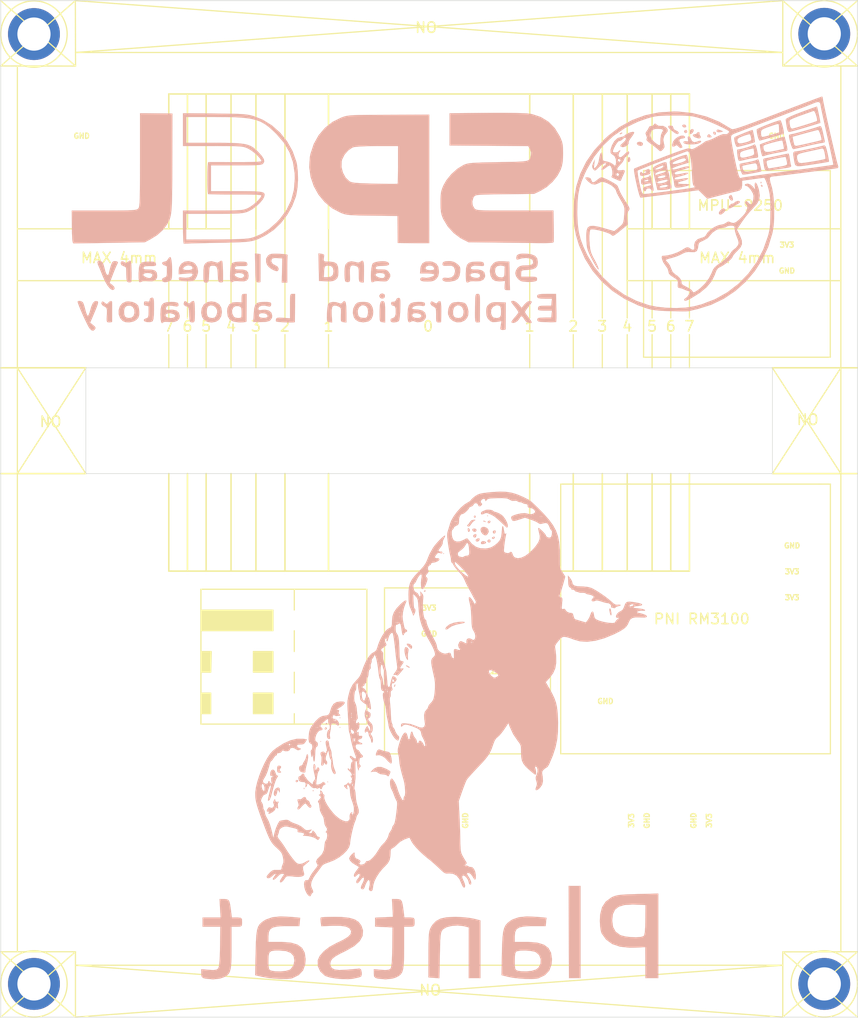
<source format=kicad_pcb>
(kicad_pcb (version 20171130) (host pcbnew "(5.1.2)-2")
  (layers (0 F.Cu signal) (31 B.Cu signal) (34 B.Paste user) (35 F.Paste user) (36 B.SilkS user) (37 F.SilkS user) (38 B.Mask user) (39 F.Mask user) (44 Edge.Cuts user))
  (net 0 "")
  (net 1 GND)
  (module L86:plantsat2 (layer B.Cu) (at 77 123 180)
    (fp_text reference G*** hide)
    (fp_text value LOGO hide)
  )
  (module L86:extremofilo_mod (layer B.Cu) (at 77 99 180)
    (fp_text reference G*** hide)
    (fp_text value LOGO hide)
  )
  (module L86:SPEL_logo (layer B.Cu) (at 79.5 53.5 180)
    (fp_text reference G*** hide)
    (fp_text value LOGO hide)
  )
  (module Connectors:1pin (layer F.Cu) (at 38.9 36.175)
    (fp_text reference REF** hide)
    (fp_text value 1pin)
    (pad 1 thru_hole circle (at 0 0) (size 5 5) (drill 3.2) (layers *.Cu *.Mask))
  )
  (module Connectors:1pin (layer F.Cu) (at 115.1 127.75)
    (fp_text reference REF** hide)
    (fp_text value 1pin)
    (pad 1 thru_hole circle (at 0 0) (size 5 5) (drill 3.2) (layers *.Cu *.Mask))
  )
  (module Connectors:1pin (layer F.Cu) (at 115.1 36.15)
    (fp_text reference REF** hide)
    (fp_text value 1pin)
    (pad 1 thru_hole circle (at 0 0) (size 5 5) (drill 3.2) (layers *.Cu *.Mask))
  )
  (module Connectors:1pin (layer F.Cu) (at 38.9 127.75)
    (fp_text reference REF** hide)
    (fp_text value 1pin)
    (pad 1 thru_hole circle (at 0 0) (size 5 5) (drill 3.2) (layers *.Cu *.Mask))
  )
  (gr_text "5V\n" (at 79.5 112 90) (layer F.SilkS) (effects (font (size 0.5 0.5) (thickness 0.125))))
  (gr_text 3V3 (at 111.5 56.5) (layer F.SilkS) (effects (font (size 0.5 0.5) (thickness 0.125))))
  (gr_text 3V3 (at 77 91.5) (layer F.SilkS) (effects (font (size 0.5 0.5) (thickness 0.125))))
  (gr_text 3V3 (at 112 90.5) (layer F.SilkS) (effects (font (size 0.5 0.5) (thickness 0.125))))
  (gr_text 3V3 (at 112 88) (layer F.SilkS) (effects (font (size 0.5 0.5) (thickness 0.125))))
  (gr_text 3V3 (at 104 112 90) (layer F.SilkS) (effects (font (size 0.5 0.5) (thickness 0.125))))
  (gr_text 3V3 (at 96.5 112 90) (layer F.SilkS) (effects (font (size 0.5 0.5) (thickness 0.125))))
  (gr_text GND (at 80.5 112 90) (layer F.SilkS) (effects (font (size 0.5 0.5) (thickness 0.125))))
  (gr_text GND (at 98 112 90) (layer F.SilkS) (effects (font (size 0.5 0.5) (thickness 0.125))))
  (gr_text GND (at 102.5 112 90) (layer F.SilkS) (effects (font (size 0.5 0.5) (thickness 0.125))))
  (gr_text GND (at 94 100.5) (layer F.SilkS) (effects (font (size 0.5 0.5) (thickness 0.125))))
  (gr_text GND (at 112 85.5) (layer F.SilkS) (effects (font (size 0.5 0.5) (thickness 0.125))))
  (gr_text GND (at 77 94) (layer F.SilkS) (effects (font (size 0.5 0.5) (thickness 0.125))))
  (gr_text GND (at 43.5 46) (layer F.SilkS) (effects (font (size 0.5 0.5) (thickness 0.125))))
  (gr_text GND (at 110.5 46) (layer F.SilkS) (effects (font (size 0.5 0.5) (thickness 0.125))))
  (gr_text GND (at 111.5 59) (layer F.SilkS) (effects (font (size 0.5 0.5) (thickness 0.125))))
  (gr_poly (pts (xy 61.95 93.7) (xy 55 93.7) (xy 55 91.7) (xy 61.95 91.7)) (layer F.SilkS) (width 0.1))
  (gr_poly (pts (xy 55.95 99.7) (xy 55 99.7) (xy 55 101.7) (xy 55.95 101.7)) (layer F.SilkS) (width 0.1))
  (gr_poly (pts (xy 56 95.7) (xy 55.95 95.7) (xy 55 95.7) (xy 55 97.7) (xy 55.95 97.7)) (layer F.SilkS) (width 0.1))
  (gr_poly (pts (xy 60.05 97.7) (xy 61.95 97.7) (xy 61.95 95.7) (xy 60.05 95.7)) (layer F.SilkS) (width 0.1))
  (gr_poly (pts (xy 60.05 101.7) (xy 61.95 101.7) (xy 61.95 99.7) (xy 60.05 99.7)) (layer F.SilkS) (width 0.1))
  (gr_line (start 55 102.7) (end 64 102.7) (layer F.SilkS) (width 0.12))
  (gr_line (start 55 89.7) (end 55 102.7) (layer F.SilkS) (width 0.12))
  (gr_line (start 64 89.7) (end 55 89.7) (layer F.SilkS) (width 0.12))
  (gr_line (start 64 91.7) (end 64 89.7) (layer F.SilkS) (width 0.12))
  (gr_line (start 64 99.7) (end 64 97.7) (layer F.SilkS) (width 0.12))
  (gr_line (start 64 95.7) (end 64 93.7) (layer F.SilkS) (width 0.12))
  (gr_line (start 64 102.7) (end 64 101.7) (layer F.SilkS) (width 0.12))
  (gr_line (start 71 102.7) (end 64 102.7) (layer F.SilkS) (width 0.12))
  (gr_line (start 71 89.7) (end 71 102.7) (layer F.SilkS) (width 0.12))
  (gr_line (start 64 89.7) (end 71 89.7) (layer F.SilkS) (width 0.12))
  (gr_text MPU-9250 (at 107 52.7) (layer F.SilkS) (effects (font (size 1 1))))
  (gr_line (start 97.68 67.33) (end 97.68 49.33) (layer F.SilkS) (width 0.12))
  (gr_line (start 115.68 67.33) (end 97.68 67.33) (layer F.SilkS) (width 0.12))
  (gr_line (start 115.68 49.33) (end 115.68 67.33) (layer F.SilkS) (width 0.12))
  (gr_line (start 97.68 49.33) (end 115.68 49.33) (layer F.SilkS) (width 0.12))
  (gr_text "TMP102\n" (at 80.9 97.37) (layer F.SilkS) (effects (font (size 1 1))))
  (gr_line (start 88.7 89.57) (end 88.7 105.57) (layer F.SilkS) (width 0.12))
  (gr_line (start 72.7 105.57) (end 88.7 105.57) (layer F.SilkS) (width 0.12))
  (gr_line (start 72.7 89.57) (end 88.7 89.57) (layer F.SilkS) (width 0.12))
  (gr_line (start 72.7 89.57) (end 72.7 105.57) (layer F.SilkS) (width 0.12))
  (gr_line (start 89.69 105.56) (end 115.69 105.56) (layer F.SilkS) (width 0.12))
  (gr_line (start 89.69 79.56) (end 89.69 105.56) (layer F.SilkS) (width 0.12))
  (gr_line (start 115.69 79.56) (end 115.69 105.56) (layer F.SilkS) (width 0.12))
  (gr_line (start 114.69 79.56) (end 115.69 79.56) (layer F.SilkS) (width 0.12))
  (gr_line (start 89.69 79.56) (end 114.69 79.56) (layer F.SilkS) (width 0.12))
  (gr_text "PNI RM3100\n" (at 103.29 92.56) (layer F.SilkS) (effects (font (size 1 1))))
  (gr_line (start 116.7 124.65) (end 116.7 39.25) (layer F.SilkS) (width 0.12))
  (gr_line (start 37.3 39.25) (end 37.3 124.65) (layer F.SilkS) (width 0.12))
  (gr_line (start 42.9 37.95) (end 111.1 37.95) (layer F.SilkS) (width 0.12))
  (gr_line (start 42.89 32.95) (end 111.1 37.95) (layer F.SilkS) (width 0.12))
  (gr_line (start 111.1 32.95) (end 42.91 37.95) (layer F.SilkS) (width 0.12))
  (gr_line (start 42.9 125.95) (end 111.11 125.95) (layer F.SilkS) (width 0.12))
  (gr_line (start 111.1 130.95) (end 42.9 125.95) (layer F.SilkS) (width 0.12))
  (gr_line (start 42.9 130.95) (end 111.11 125.95) (layer F.SilkS) (width 0.12))
  (gr_line (start 35.7 130.95) (end 42.9 124.65) (layer F.SilkS) (width 0.12))
  (gr_line (start 35.7 124.65) (end 42.9 130.95) (layer F.SilkS) (width 0.12))
  (gr_line (start 118.3 124.65) (end 111.1 130.95) (layer F.SilkS) (width 0.12))
  (gr_line (start 118.3 130.95) (end 111.1 124.66) (layer F.SilkS) (width 0.12))
  (gr_line (start 111.1 39.25) (end 111.1 32.95) (layer F.SilkS) (width 0.12))
  (gr_line (start 111.1 39.25) (end 118.3 39.25) (layer F.SilkS) (width 0.12))
  (gr_line (start 118.3 32.95) (end 111.1 39.25) (layer F.SilkS) (width 0.12))
  (gr_line (start 111.1 32.95) (end 118.3 39.25) (layer F.SilkS) (width 0.12))
  (gr_line (start 35.7 39.25) (end 42.91 39.26) (layer F.SilkS) (width 0.12))
  (gr_line (start 42.89 32.95) (end 42.91 39.26) (layer F.SilkS) (width 0.12))
  (gr_line (start 35.7 39.25) (end 42.89 32.95) (layer F.SilkS) (width 0.12))
  (gr_line (start 35.7 32.95) (end 42.91 39.26) (layer F.SilkS) (width 0.12))
  (gr_line (start 111.1 124.66) (end 118.3 124.65) (layer F.SilkS) (width 0.12))
  (gr_line (start 111.1 130.95) (end 111.1 124.66) (layer F.SilkS) (width 0.12))
  (gr_line (start 42.9 124.65) (end 42.9 130.95) (layer F.SilkS) (width 0.12))
  (gr_line (start 35.7 124.65) (end 42.9 124.65) (layer F.SilkS) (width 0.12))
  (gr_line (start 110.1 68.35) (end 110.1 78.55) (layer Edge.Cuts) (width 0.05))
  (gr_line (start 43.9 68.35) (end 110.1 68.35) (layer Edge.Cuts) (width 0.05))
  (gr_line (start 43.9 78.55) (end 43.9 68.35) (layer Edge.Cuts) (width 0.05))
  (gr_line (start 110.1 78.55) (end 43.9 78.55) (layer Edge.Cuts) (width 0.05))
  (gr_line (start 110.1 68.35) (end 116.7 78.55) (layer F.SilkS) (width 0.12))
  (gr_line (start 110.1 78.55) (end 116.7 68.35) (layer F.SilkS) (width 0.12))
  (gr_line (start 43.9 78.55) (end 37.3 68.35) (layer F.SilkS) (width 0.12))
  (gr_line (start 43.9 68.35) (end 37.3 78.55) (layer F.SilkS) (width 0.12))
  (gr_line (start 96.1 59.95) (end 116.7 59.95) (layer F.SilkS) (width 0.12))
  (gr_line (start 96.1 54.95) (end 116.7 54.95) (layer F.SilkS) (width 0.12))
  (gr_line (start 57.9 59.95) (end 37.3 59.95) (layer F.SilkS) (width 0.12))
  (gr_line (start 57.9 54.95) (end 37.3 54.95) (layer F.SilkS) (width 0.12))
  (gr_line (start 60.3 59.95) (end 60.3 54.95) (layer F.SilkS) (width 0.12))
  (gr_line (start 63.1 59.95) (end 63.1 54.95) (layer F.SilkS) (width 0.12))
  (gr_line (start 67.3 59.95) (end 67.3 54.95) (layer F.SilkS) (width 0.12))
  (gr_line (start 86.7 59.95) (end 86.7 54.95) (layer F.SilkS) (width 0.12))
  (gr_line (start 90.9 59.95) (end 90.9 54.95) (layer F.SilkS) (width 0.12))
  (gr_line (start 93.7 59.95) (end 93.7 54.95) (layer F.SilkS) (width 0.12))
  (gr_text 3 (at 93.7 64.35) (layer F.SilkS) (effects (font (size 1 1))))
  (gr_line (start 102.1 59.95) (end 102.1 63.55) (layer F.SilkS) (width 0.12))
  (gr_line (start 102.1 68.35) (end 102.1 65.15) (layer F.SilkS) (width 0.12))
  (gr_line (start 100.3 59.95) (end 100.3 63.55) (layer F.SilkS) (width 0.12))
  (gr_line (start 100.3 68.35) (end 100.3 65.15) (layer F.SilkS) (width 0.12))
  (gr_line (start 98.5 68.35) (end 98.5 65.15) (layer F.SilkS) (width 0.12))
  (gr_line (start 98.5 59.95) (end 98.5 63.55) (layer F.SilkS) (width 0.12))
  (gr_line (start 96.1 59.95) (end 96.1 63.55) (layer F.SilkS) (width 0.12))
  (gr_line (start 96.1 68.35) (end 96.1 65.15) (layer F.SilkS) (width 0.12))
  (gr_line (start 93.7 59.95) (end 93.7 63.55) (layer F.SilkS) (width 0.12))
  (gr_line (start 93.7 68.35) (end 93.7 65.15) (layer F.SilkS) (width 0.12))
  (gr_line (start 90.9 59.95) (end 90.9 63.55) (layer F.SilkS) (width 0.12))
  (gr_line (start 90.9 68.35) (end 90.9 65.15) (layer F.SilkS) (width 0.12))
  (gr_line (start 86.7 59.95) (end 86.7 63.55) (layer F.SilkS) (width 0.12))
  (gr_line (start 86.7 68.35) (end 86.7 65.15) (layer F.SilkS) (width 0.12))
  (gr_line (start 67.3 59.95) (end 67.3 63.55) (layer F.SilkS) (width 0.12))
  (gr_line (start 67.3 68.35) (end 67.3 65.15) (layer F.SilkS) (width 0.12))
  (gr_line (start 63.1 68.35) (end 63.1 65.15) (layer F.SilkS) (width 0.12))
  (gr_line (start 63.1 59.95) (end 63.1 63.55) (layer F.SilkS) (width 0.12))
  (gr_line (start 60.3 65.15) (end 60.3 68.35) (layer F.SilkS) (width 0.12))
  (gr_line (start 60.3 59.95) (end 60.3 63.55) (layer F.SilkS) (width 0.12))
  (gr_line (start 57.9 65.15) (end 57.9 68.35) (layer F.SilkS) (width 0.12))
  (gr_line (start 57.9 63.55) (end 57.9 59.95) (layer F.SilkS) (width 0.12))
  (gr_text 5 (at 55.5 64.35) (layer F.SilkS) (effects (font (size 1 1))))
  (gr_line (start 55.5 65.15) (end 55.5 68.35) (layer F.SilkS) (width 0.12))
  (gr_line (start 55.5 63.55) (end 55.5 59.95) (layer F.SilkS) (width 0.12))
  (gr_text 6 (at 53.7 64.35) (layer F.SilkS) (effects (font (size 1 1))))
  (gr_line (start 53.7 63.55) (end 53.7 59.95) (layer F.SilkS) (width 0.12))
  (gr_line (start 53.7 68.35) (end 53.7 65.15) (layer F.SilkS) (width 0.12))
  (gr_line (start 51.9 68.35) (end 51.9 65.15) (layer F.SilkS) (width 0.12))
  (gr_line (start 51.9 59.95) (end 51.9 63.55) (layer F.SilkS) (width 0.12))
  (gr_text 7 (at 51.9 64.35) (layer F.SilkS) (effects (font (size 1 1))))
  (gr_text 4 (at 57.9 64.35) (layer F.SilkS) (effects (font (size 1 1))))
  (gr_text 3 (at 60.3 64.35) (layer F.SilkS) (effects (font (size 1 1))))
  (gr_text 7 (at 102.1 64.35) (layer F.SilkS) (effects (font (size 1 1))))
  (gr_text 6 (at 100.3 64.35) (layer F.SilkS) (effects (font (size 1 1))))
  (gr_text 5 (at 98.5 64.35) (layer F.SilkS) (effects (font (size 1 1))))
  (gr_text 4 (at 96.1 64.35) (layer F.SilkS) (effects (font (size 1 1))))
  (gr_text 2 (at 63.1 64.35) (layer F.SilkS) (effects (font (size 1 1))))
  (gr_text 2 (at 90.9 64.35) (layer F.SilkS) (effects (font (size 1 1))))
  (gr_text 1 (at 67.3 64.35) (layer F.SilkS) (effects (font (size 1 1))))
  (gr_text 1 (at 86.7 64.35) (layer F.SilkS) (effects (font (size 1 1))))
  (gr_line (start 102.1 87.95) (end 51.9 87.95) (layer F.SilkS) (width 0.15))
  (gr_line (start 51.9 41.95) (end 102.1 41.95) (layer F.SilkS) (width 0.15))
  (gr_text 0 (at 76.9 64.35) (layer F.SilkS) (effects (font (size 1 1))))
  (gr_line (start 53.7 87.95) (end 53.7 78.55) (layer F.SilkS) (width 0.15))
  (gr_line (start 53.7 54.95) (end 53.7 41.95) (layer F.SilkS) (width 0.15))
  (gr_line (start 100.3 54.95) (end 100.3 41.95) (layer F.SilkS) (width 0.15))
  (gr_line (start 100.3 87.95) (end 100.3 78.55) (layer F.SilkS) (width 0.15))
  (gr_line (start 55.5 54.95) (end 55.5 41.95) (layer F.SilkS) (width 0.15))
  (gr_line (start 55.5 87.95) (end 55.5 78.55) (layer F.SilkS) (width 0.15))
  (gr_line (start 98.5 78.55) (end 98.5 87.95) (layer F.SilkS) (width 0.15))
  (gr_line (start 98.5 54.95) (end 98.5 41.95) (layer F.SilkS) (width 0.15))
  (gr_text "MAX 4mm\n" (at 47.1 57.75) (layer F.SilkS) (effects (font (size 1 1))))
  (gr_text "MAX 4mm\n" (at 106.7 57.75) (layer F.SilkS) (effects (font (size 1 1))))
  (gr_line (start 96.1 54.95) (end 96.1 59.95) (layer F.SilkS) (width 0.15))
  (gr_line (start 57.9 54.95) (end 57.9 59.95) (layer F.SilkS) (width 0.15))
  (gr_line (start 57.9 54.95) (end 57.9 41.95) (layer F.SilkS) (width 0.15))
  (gr_line (start 57.9 87.95) (end 57.9 78.55) (layer F.SilkS) (width 0.15))
  (gr_line (start 96.1 54.95) (end 96.1 41.95) (layer F.SilkS) (width 0.15))
  (gr_line (start 96.1 87.95) (end 96.1 78.55) (layer F.SilkS) (width 0.15))
  (gr_line (start 60.3 54.95) (end 60.3 41.95) (layer F.SilkS) (width 0.15))
  (gr_line (start 60.3 87.95) (end 60.3 78.55) (layer F.SilkS) (width 0.15))
  (gr_line (start 93.7 54.95) (end 93.7 41.95) (layer F.SilkS) (width 0.15))
  (gr_line (start 93.7 87.95) (end 93.7 78.55) (layer F.SilkS) (width 0.15))
  (gr_line (start 63.1 54.95) (end 63.1 41.95) (layer F.SilkS) (width 0.15))
  (gr_line (start 63.1 87.95) (end 63.1 78.55) (layer F.SilkS) (width 0.15))
  (gr_line (start 90.9 54.95) (end 90.9 41.95) (layer F.SilkS) (width 0.15))
  (gr_line (start 90.9 87.95) (end 90.9 78.55) (layer F.SilkS) (width 0.15))
  (gr_line (start 51.9 54.95) (end 51.9 41.95) (layer F.SilkS) (width 0.15))
  (gr_line (start 51.9 87.95) (end 51.9 78.55) (layer F.SilkS) (width 0.15))
  (gr_line (start 102.1 54.95) (end 102.1 41.95) (layer F.SilkS) (width 0.15))
  (gr_line (start 102.1 87.95) (end 102.1 78.55) (layer F.SilkS) (width 0.15))
  (gr_line (start 67.3 54.95) (end 67.3 41.95) (layer F.SilkS) (width 0.15))
  (gr_line (start 67.3 87.95) (end 67.3 78.55) (layer F.SilkS) (width 0.15))
  (gr_line (start 86.7 54.95) (end 86.7 41.95) (layer F.SilkS) (width 0.15))
  (gr_line (start 86.7 87.95) (end 86.7 78.55) (layer F.SilkS) (width 0.15))
  (gr_text NO (at 77.1 128.35) (layer F.SilkS) (effects (font (size 1 1))))
  (gr_text NO (at 113.5 73.35) (layer F.SilkS) (effects (font (size 1 1))))
  (gr_text NO (at 40.5 73.55) (layer F.SilkS) (effects (font (size 1 1))))
  (gr_text NO (at 76.7 35.55) (layer F.SilkS) (effects (font (size 1 1))))
  (gr_line (start 43.9 78.55) (end 35.7 78.55) (layer F.SilkS) (width 0.15))
  (gr_line (start 43.9 68.35) (end 35.7 68.35) (layer F.SilkS) (width 0.15))
  (gr_line (start 110.1 68.35) (end 118.3 68.35) (layer F.SilkS) (width 0.15))
  (gr_line (start 110.1 78.55) (end 118.3 78.55) (layer F.SilkS) (width 0.15))
  (gr_line (start 118.3 130.95) (end 35.7 130.95) (layer Edge.Cuts) (width 0.05))
  (gr_line (start 118.3 32.95) (end 118.3 130.95) (layer Edge.Cuts) (width 0.05))
  (gr_line (start 35.7 32.95) (end 35.7 130.95) (layer Edge.Cuts) (width 0.05))
  (gr_line (start 35.7 32.95) (end 118.3 32.95) (layer Edge.Cuts) (width 0.05))
)
</source>
